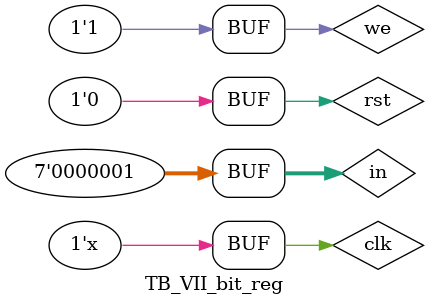
<source format=v>
`timescale 1ns / 1ps


module TB_VII_bit_reg;

	// Inputs
	reg [6:0] in;
	reg we;
	reg rst;
	reg clk;

	// Outputs
	wire [6:0] out;

	// Instantiate the Unit Under Test (UUT)
	VII_bit_reg uut (
		.in(in), 
		.out(out), 
		.we(we), 
		.rst(rst), 
		.clk(clk)
	);

	initial begin
		// Initialize Inputs
		in = 0;
		we = 0;
		rst = 0;
		clk = 0;

		// Wait 100 ns for global reset to finish
		#100;
        
		// Add stimulus here
		
      in = 2;
		we = 1;
		rst = 0;
		clk = 1;
		#100;
			
		in = 1;
		we = 1;
		rst = 0;
		clk = 1;
		#100;
			
	end
      
      always #10clk=~clk;
endmodule


</source>
